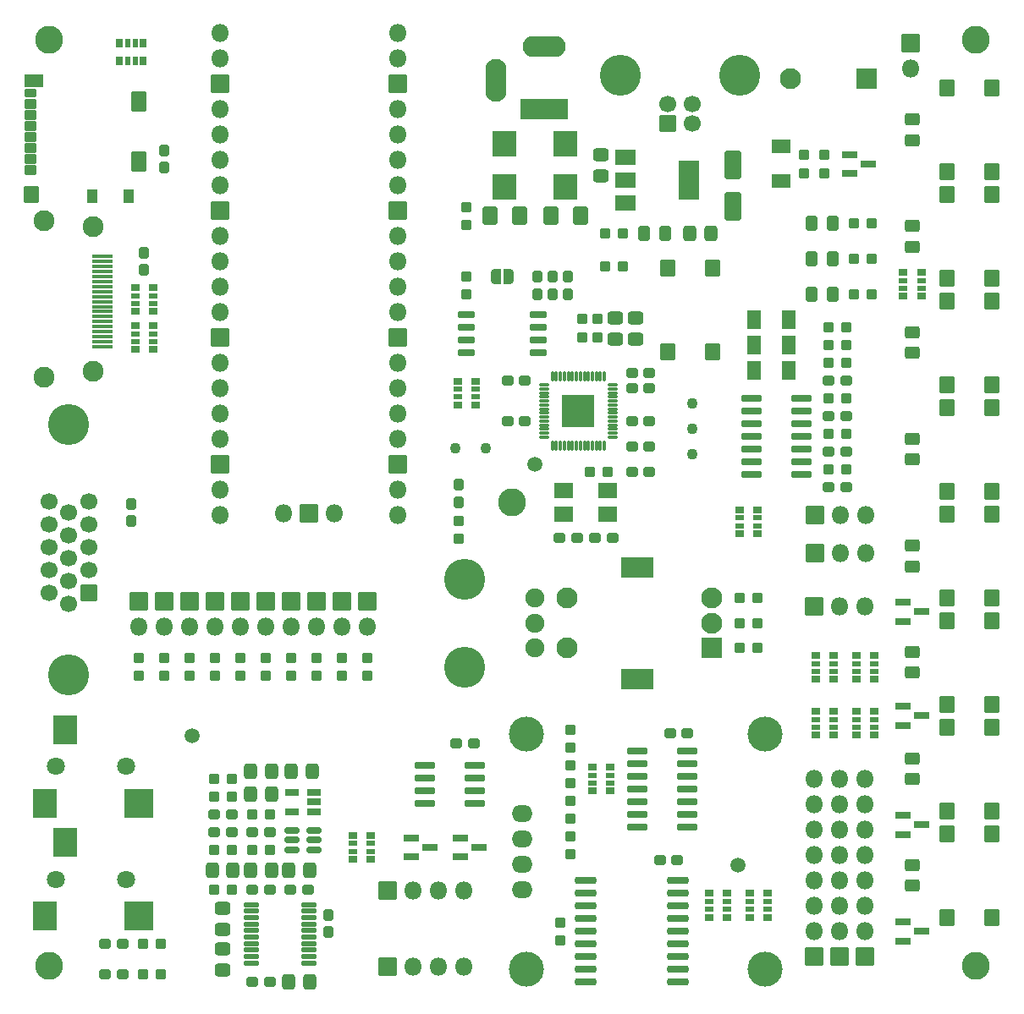
<source format=gts>
G04 #@! TF.GenerationSoftware,KiCad,Pcbnew,(6.99.0-1115-g98f4b1d16c)*
G04 #@! TF.CreationDate,2022-03-31T00:19:22+02:00*
G04 #@! TF.ProjectId,rpi_pico_kit,7270695f-7069-4636-9f5f-6b69742e6b69,1*
G04 #@! TF.SameCoordinates,Original*
G04 #@! TF.FileFunction,Soldermask,Top*
G04 #@! TF.FilePolarity,Negative*
%FSLAX46Y46*%
G04 Gerber Fmt 4.6, Leading zero omitted, Abs format (unit mm)*
G04 Created by KiCad (PCBNEW (6.99.0-1115-g98f4b1d16c)) date 2022-03-31 00:19:22*
%MOMM*%
%LPD*%
G01*
G04 APERTURE LIST*
G04 Aperture macros list*
%AMRoundRect*
0 Rectangle with rounded corners*
0 $1 Rounding radius*
0 $2 $3 $4 $5 $6 $7 $8 $9 X,Y pos of 4 corners*
0 Add a 4 corners polygon primitive as box body*
4,1,4,$2,$3,$4,$5,$6,$7,$8,$9,$2,$3,0*
0 Add four circle primitives for the rounded corners*
1,1,$1+$1,$2,$3*
1,1,$1+$1,$4,$5*
1,1,$1+$1,$6,$7*
1,1,$1+$1,$8,$9*
0 Add four rect primitives between the rounded corners*
20,1,$1+$1,$2,$3,$4,$5,0*
20,1,$1+$1,$4,$5,$6,$7,0*
20,1,$1+$1,$6,$7,$8,$9,0*
20,1,$1+$1,$8,$9,$2,$3,0*%
%AMFreePoly0*
4,1,35,0.535355,0.785355,0.550000,0.750000,0.550000,-0.750000,0.535355,-0.785355,0.500000,-0.800000,0.000000,-0.800000,-0.012286,-0.794911,-0.071157,-0.794911,-0.085244,-0.792886,-0.221795,-0.752791,-0.234740,-0.746879,-0.354462,-0.669938,-0.365217,-0.660618,-0.458414,-0.553063,-0.466109,-0.541091,-0.525228,-0.411637,-0.529237,-0.397982,-0.549491,-0.257116,-0.550000,-0.250000,-0.550000,0.250000,
-0.549491,0.257116,-0.529237,0.397982,-0.525228,0.411637,-0.466109,0.541091,-0.458414,0.553063,-0.365217,0.660618,-0.354462,0.669938,-0.234740,0.746879,-0.221795,0.752791,-0.085244,0.792886,-0.071157,0.794911,-0.012286,0.794911,0.000000,0.800000,0.500000,0.800000,0.535355,0.785355,0.535355,0.785355,$1*%
%AMFreePoly1*
4,1,35,0.012286,0.794911,0.071157,0.794911,0.085244,0.792886,0.221795,0.752791,0.234740,0.746879,0.354462,0.669938,0.365217,0.660618,0.458414,0.553063,0.466109,0.541091,0.525228,0.411637,0.529237,0.397982,0.549491,0.257116,0.550000,0.250000,0.550000,-0.250000,0.549491,-0.257116,0.529237,-0.397982,0.525228,-0.411637,0.466109,-0.541091,0.458414,-0.553063,0.365217,-0.660618,
0.354462,-0.669938,0.234740,-0.746879,0.221795,-0.752791,0.085244,-0.792886,0.071157,-0.794911,0.012286,-0.794911,0.000000,-0.800000,-0.500000,-0.800000,-0.535355,-0.785355,-0.550000,-0.750000,-0.550000,0.750000,-0.535355,0.785355,-0.500000,0.800000,0.000000,0.800000,0.012286,0.794911,0.012286,0.794911,$1*%
G04 Aperture macros list end*
%ADD10RoundRect,0.050000X-0.850000X-0.850000X0.850000X-0.850000X0.850000X0.850000X-0.850000X0.850000X0*%
%ADD11O,1.800000X1.800000*%
%ADD12RoundRect,0.287500X-0.250000X-0.237500X0.250000X-0.237500X0.250000X0.237500X-0.250000X0.237500X0*%
%ADD13RoundRect,0.200000X-0.825000X-0.150000X0.825000X-0.150000X0.825000X0.150000X-0.825000X0.150000X0*%
%ADD14RoundRect,0.050000X-0.700000X0.800000X-0.700000X-0.800000X0.700000X-0.800000X0.700000X0.800000X0*%
%ADD15RoundRect,0.050000X1.150000X-1.250000X1.150000X1.250000X-1.150000X1.250000X-1.150000X-1.250000X0*%
%ADD16RoundRect,0.287500X0.300000X0.237500X-0.300000X0.237500X-0.300000X-0.237500X0.300000X-0.237500X0*%
%ADD17C,1.100000*%
%ADD18C,2.800000*%
%ADD19RoundRect,0.050000X1.000000X1.000000X-1.000000X1.000000X-1.000000X-1.000000X1.000000X-1.000000X0*%
%ADD20C,2.100000*%
%ADD21RoundRect,0.050000X1.600000X1.000000X-1.600000X1.000000X-1.600000X-1.000000X1.600000X-1.000000X0*%
%ADD22RoundRect,0.287500X0.250000X0.237500X-0.250000X0.237500X-0.250000X-0.237500X0.250000X-0.237500X0*%
%ADD23RoundRect,0.050000X0.400000X0.250000X-0.400000X0.250000X-0.400000X-0.250000X0.400000X-0.250000X0*%
%ADD24RoundRect,0.050000X0.400000X0.200000X-0.400000X0.200000X-0.400000X-0.200000X0.400000X-0.200000X0*%
%ADD25RoundRect,0.300000X-0.475000X0.337500X-0.475000X-0.337500X0.475000X-0.337500X0.475000X0.337500X0*%
%ADD26RoundRect,0.050000X0.650000X0.850000X-0.650000X0.850000X-0.650000X-0.850000X0.650000X-0.850000X0*%
%ADD27RoundRect,0.300001X0.462499X0.624999X-0.462499X0.624999X-0.462499X-0.624999X0.462499X-0.624999X0*%
%ADD28RoundRect,0.287500X-0.237500X0.250000X-0.237500X-0.250000X0.237500X-0.250000X0.237500X0.250000X0*%
%ADD29RoundRect,0.050000X0.250000X-0.400000X0.250000X0.400000X-0.250000X0.400000X-0.250000X-0.400000X0*%
%ADD30RoundRect,0.050000X0.200000X-0.400000X0.200000X0.400000X-0.200000X0.400000X-0.200000X-0.400000X0*%
%ADD31RoundRect,0.300001X-0.462499X-0.624999X0.462499X-0.624999X0.462499X0.624999X-0.462499X0.624999X0*%
%ADD32RoundRect,0.287500X-0.237500X0.300000X-0.237500X-0.300000X0.237500X-0.300000X0.237500X0.300000X0*%
%ADD33RoundRect,0.287500X0.237500X-0.250000X0.237500X0.250000X-0.237500X0.250000X-0.237500X-0.250000X0*%
%ADD34RoundRect,0.300000X-0.337500X-0.475000X0.337500X-0.475000X0.337500X0.475000X-0.337500X0.475000X0*%
%ADD35RoundRect,0.287500X-0.300000X-0.237500X0.300000X-0.237500X0.300000X0.237500X-0.300000X0.237500X0*%
%ADD36C,1.800000*%
%ADD37RoundRect,0.050000X1.100000X-1.400000X1.100000X1.400000X-1.100000X1.400000X-1.100000X-1.400000X0*%
%ADD38RoundRect,0.050000X1.400000X-1.400000X1.400000X1.400000X-1.400000X1.400000X-1.400000X-1.400000X0*%
%ADD39RoundRect,0.300000X0.450000X-0.325000X0.450000X0.325000X-0.450000X0.325000X-0.450000X-0.325000X0*%
%ADD40C,4.100000*%
%ADD41RoundRect,0.050000X-0.800000X0.800000X-0.800000X-0.800000X0.800000X-0.800000X0.800000X0.800000X0*%
%ADD42C,1.700000*%
%ADD43RoundRect,0.200000X-0.587500X-0.150000X0.587500X-0.150000X0.587500X0.150000X-0.587500X0.150000X0*%
%ADD44RoundRect,0.050000X0.850000X0.850000X-0.850000X0.850000X-0.850000X-0.850000X0.850000X-0.850000X0*%
%ADD45RoundRect,0.300000X0.475000X-0.337500X0.475000X0.337500X-0.475000X0.337500X-0.475000X-0.337500X0*%
%ADD46RoundRect,0.300000X0.337500X0.475000X-0.337500X0.475000X-0.337500X-0.475000X0.337500X-0.475000X0*%
%ADD47RoundRect,0.175000X0.587500X0.125000X-0.587500X0.125000X-0.587500X-0.125000X0.587500X-0.125000X0*%
%ADD48RoundRect,0.050000X-0.400000X-0.250000X0.400000X-0.250000X0.400000X0.250000X-0.400000X0.250000X0*%
%ADD49RoundRect,0.050000X-0.400000X-0.200000X0.400000X-0.200000X0.400000X0.200000X-0.400000X0.200000X0*%
%ADD50RoundRect,0.050000X-0.900000X-0.700000X0.900000X-0.700000X0.900000X0.700000X-0.900000X0.700000X0*%
%ADD51RoundRect,0.300000X-0.325000X-0.450000X0.325000X-0.450000X0.325000X0.450000X-0.325000X0.450000X0*%
%ADD52RoundRect,0.050000X0.850000X-0.850000X0.850000X0.850000X-0.850000X0.850000X-0.850000X-0.850000X0*%
%ADD53RoundRect,0.050000X-1.000000X-0.750000X1.000000X-0.750000X1.000000X0.750000X-1.000000X0.750000X0*%
%ADD54RoundRect,0.050000X-1.000000X-1.900000X1.000000X-1.900000X1.000000X1.900000X-1.000000X1.900000X0*%
%ADD55RoundRect,0.050000X-0.850000X0.650000X-0.850000X-0.650000X0.850000X-0.650000X0.850000X0.650000X0*%
%ADD56C,1.500000*%
%ADD57RoundRect,0.200000X-0.875000X-0.150000X0.875000X-0.150000X0.875000X0.150000X-0.875000X0.150000X0*%
%ADD58RoundRect,0.050000X2.300000X1.000000X-2.300000X1.000000X-2.300000X-1.000000X2.300000X-1.000000X0*%
%ADD59O,4.300000X2.100000*%
%ADD60O,2.100000X4.300000*%
%ADD61RoundRect,0.287500X0.237500X-0.300000X0.237500X0.300000X-0.237500X0.300000X-0.237500X-0.300000X0*%
%ADD62FreePoly0,180.000000*%
%ADD63FreePoly1,180.000000*%
%ADD64O,2.100000X1.700000*%
%ADD65C,3.500000*%
%ADD66RoundRect,0.300000X0.325000X0.450000X-0.325000X0.450000X-0.325000X-0.450000X0.325000X-0.450000X0*%
%ADD67RoundRect,0.050000X0.800000X0.800000X-0.800000X0.800000X-0.800000X-0.800000X0.800000X-0.800000X0*%
%ADD68RoundRect,0.200000X0.512500X0.150000X-0.512500X0.150000X-0.512500X-0.150000X0.512500X-0.150000X0*%
%ADD69RoundRect,0.100000X-0.387500X-0.050000X0.387500X-0.050000X0.387500X0.050000X-0.387500X0.050000X0*%
%ADD70RoundRect,0.100000X-0.050000X-0.387500X0.050000X-0.387500X0.050000X0.387500X-0.050000X0.387500X0*%
%ADD71RoundRect,0.194000X-1.456000X-1.456000X1.456000X-1.456000X1.456000X1.456000X-1.456000X1.456000X0*%
%ADD72C,1.900000*%
%ADD73RoundRect,0.050000X0.550000X-0.425000X0.550000X0.425000X-0.550000X0.425000X-0.550000X-0.425000X0*%
%ADD74RoundRect,0.050000X0.550000X-0.375000X0.550000X0.375000X-0.550000X0.375000X-0.550000X-0.375000X0*%
%ADD75RoundRect,0.050000X0.500000X-0.600000X0.500000X0.600000X-0.500000X0.600000X-0.500000X-0.600000X0*%
%ADD76RoundRect,0.050000X0.675000X-0.775000X0.675000X0.775000X-0.675000X0.775000X-0.675000X-0.775000X0*%
%ADD77RoundRect,0.050000X0.675000X-0.950000X0.675000X0.950000X-0.675000X0.950000X-0.675000X-0.950000X0*%
%ADD78RoundRect,0.050000X0.900000X-0.585000X0.900000X0.585000X-0.900000X0.585000X-0.900000X-0.585000X0*%
%ADD79RoundRect,0.150000X-0.637500X-0.100000X0.637500X-0.100000X0.637500X0.100000X-0.637500X0.100000X0*%
%ADD80RoundRect,0.050000X-0.950000X0.150000X-0.950000X-0.150000X0.950000X-0.150000X0.950000X0.150000X0*%
%ADD81C,2.095000*%
%ADD82RoundRect,0.300000X0.550000X-1.137500X0.550000X1.137500X-0.550000X1.137500X-0.550000X-1.137500X0*%
%ADD83RoundRect,0.200000X-0.650000X-0.150000X0.650000X-0.150000X0.650000X0.150000X-0.650000X0.150000X0*%
G04 APERTURE END LIST*
D10*
X57912000Y-97484250D03*
D11*
X57911999Y-100024249D03*
D12*
X57761500Y-115316000D03*
X59586500Y-115316000D03*
D13*
X111571000Y-77216950D03*
X111571000Y-78486950D03*
X111571000Y-79756950D03*
X111571000Y-81026950D03*
X111571000Y-82296950D03*
X111571000Y-83566950D03*
X111571000Y-84836950D03*
X116521000Y-84836950D03*
X116521000Y-83566950D03*
X116521000Y-82296950D03*
X116521000Y-81026950D03*
X116521000Y-79756950D03*
X116521000Y-78486950D03*
X116521000Y-77216950D03*
D12*
X119229500Y-80772950D03*
X121054500Y-80772950D03*
X119229500Y-71882950D03*
X121054500Y-71882950D03*
D14*
X131100000Y-107832000D03*
X131100000Y-99432000D03*
X135600000Y-107832000D03*
X135600000Y-99432000D03*
D15*
X86868000Y-55998000D03*
X86868000Y-51698000D03*
D16*
X121004500Y-75438950D03*
X119279500Y-75438950D03*
D14*
X131100000Y-75828000D03*
X131100000Y-67428000D03*
X135600000Y-75828000D03*
X135600000Y-67428000D03*
D11*
X58419999Y-40639999D03*
X58419999Y-43179999D03*
D10*
X58420000Y-45720000D03*
D11*
X58419999Y-48259999D03*
X58419999Y-50799999D03*
X58419999Y-53339999D03*
X58419999Y-55879999D03*
D10*
X58420000Y-58420000D03*
D11*
X58419999Y-60959999D03*
X58419999Y-63499999D03*
X58419999Y-66039999D03*
X58419999Y-68579999D03*
D10*
X58420000Y-71120000D03*
D11*
X58419999Y-73659999D03*
X58419999Y-76199999D03*
X58419999Y-78739999D03*
X58419999Y-81279999D03*
D10*
X58420000Y-83820000D03*
D11*
X58419999Y-86359999D03*
X58419999Y-88899999D03*
X76199999Y-88899999D03*
X76199999Y-86359999D03*
D10*
X76200000Y-83820000D03*
D11*
X76199999Y-81279999D03*
X76199999Y-78739999D03*
X76199999Y-76199999D03*
X76199999Y-73659999D03*
D10*
X76200000Y-71120000D03*
D11*
X76199999Y-68579999D03*
X76199999Y-66039999D03*
X76199999Y-63499999D03*
X76199999Y-60959999D03*
D10*
X76200000Y-58420000D03*
D11*
X76199999Y-55879999D03*
X76199999Y-53339999D03*
X76199999Y-50799999D03*
X76199999Y-48259999D03*
D10*
X76200000Y-45720000D03*
D11*
X76199999Y-43179999D03*
X76199999Y-40639999D03*
X64769999Y-88669999D03*
D10*
X67310000Y-88670000D03*
D11*
X69849999Y-88669999D03*
D12*
X119229500Y-70104950D03*
X121054500Y-70104950D03*
X119229500Y-84328950D03*
X121054500Y-84328950D03*
D17*
X105664000Y-80264000D03*
D18*
X133985000Y-133985000D03*
D19*
X107580000Y-102195000D03*
D20*
X107580000Y-97195000D03*
X107580000Y-99695000D03*
D21*
X100080000Y-105295000D03*
X100080000Y-94095000D03*
D20*
X93080000Y-97195000D03*
X93080000Y-102195000D03*
D22*
X97178500Y-84582000D03*
X95353500Y-84582000D03*
X63396500Y-122428000D03*
X61571500Y-122428000D03*
D23*
X123836000Y-110928000D03*
D24*
X123836000Y-110128000D03*
X123836000Y-109328000D03*
D23*
X123836000Y-108528000D03*
X122036000Y-108528000D03*
D24*
X122036000Y-109328000D03*
X122036000Y-110128000D03*
D23*
X122036000Y-110928000D03*
D25*
X99949000Y-69167000D03*
X99949000Y-71242000D03*
D26*
X115288000Y-71882950D03*
X111788000Y-71882950D03*
D13*
X100141000Y-112522000D03*
X100141000Y-113792000D03*
X100141000Y-115062000D03*
X100141000Y-116332000D03*
X100141000Y-117602000D03*
X100141000Y-118872000D03*
X100141000Y-120142000D03*
X105091000Y-120142000D03*
X105091000Y-118872000D03*
X105091000Y-117602000D03*
X105091000Y-116332000D03*
X105091000Y-115062000D03*
X105091000Y-113792000D03*
X105091000Y-112522000D03*
D27*
X94451500Y-58928000D03*
X91476500Y-58928000D03*
D10*
X50292000Y-97484250D03*
D11*
X50291999Y-100024249D03*
D17*
X84963000Y-82169000D03*
D28*
X93472000Y-121007500D03*
X93472000Y-122832500D03*
D14*
X131100000Y-86496000D03*
X131100000Y-78096000D03*
X135600000Y-86496000D03*
X135600000Y-78096000D03*
D22*
X59586500Y-122428000D03*
X57761500Y-122428000D03*
D16*
X104140000Y-123444000D03*
X102415000Y-123444000D03*
D29*
X48311000Y-43437250D03*
D30*
X49111000Y-43437250D03*
X49911000Y-43437250D03*
D29*
X50711000Y-43437250D03*
X50711000Y-41637250D03*
D30*
X49911000Y-41637250D03*
X49111000Y-41637250D03*
D29*
X48311000Y-41637250D03*
D31*
X85380500Y-58928000D03*
X88355500Y-58928000D03*
D14*
X131100000Y-65169000D03*
X131100000Y-56769000D03*
X135600000Y-65169000D03*
X135600000Y-56769000D03*
D26*
X115288000Y-69342950D03*
X111788000Y-69342950D03*
D16*
X101319500Y-79462000D03*
X99594500Y-79462000D03*
X101319500Y-74649500D03*
X99594500Y-74649500D03*
D32*
X50800000Y-62637500D03*
X50800000Y-64362500D03*
D33*
X93472000Y-119276500D03*
X93472000Y-117451500D03*
D12*
X110339500Y-99695000D03*
X112164500Y-99695000D03*
D34*
X61446500Y-114554000D03*
X63521500Y-114554000D03*
D35*
X103404500Y-110744000D03*
X105129500Y-110744000D03*
D33*
X93472000Y-112164500D03*
X93472000Y-110339500D03*
D36*
X41950000Y-125349000D03*
X48950000Y-125349000D03*
D37*
X40850000Y-129049000D03*
D38*
X50250000Y-129049000D03*
D37*
X42850000Y-121649000D03*
D39*
X127635000Y-115325000D03*
X127635000Y-113275000D03*
D22*
X123594500Y-63246000D03*
X121769500Y-63246000D03*
D14*
X131100000Y-97173000D03*
X131100000Y-88773000D03*
X135600000Y-97173000D03*
X135600000Y-88773000D03*
D40*
X43185000Y-79840000D03*
X43185000Y-104840000D03*
D41*
X45235000Y-96655000D03*
D42*
X45235000Y-94365000D03*
X45235000Y-92075000D03*
X45235000Y-89785000D03*
X45235000Y-87495000D03*
X43255000Y-97800000D03*
X43255000Y-95510000D03*
X43255000Y-93220000D03*
X43255000Y-90930000D03*
X43255000Y-88640000D03*
X41275000Y-96655000D03*
X41275000Y-94365000D03*
X41275000Y-92075000D03*
X41275000Y-89785000D03*
X41275000Y-87495000D03*
D12*
X96877500Y-64008000D03*
X98702500Y-64008000D03*
D43*
X126697500Y-108016000D03*
X126697500Y-109916000D03*
X128572500Y-108966000D03*
D28*
X83058000Y-64974000D03*
X83058000Y-66799000D03*
D35*
X87148500Y-79462000D03*
X88873500Y-79462000D03*
D23*
X123836000Y-105340000D03*
D24*
X123836000Y-104540000D03*
X123836000Y-103740000D03*
D23*
X123836000Y-102940000D03*
X122036000Y-102940000D03*
D24*
X122036000Y-103740000D03*
X122036000Y-104540000D03*
D23*
X122036000Y-105340000D03*
D33*
X94615000Y-71093500D03*
X94615000Y-69268500D03*
D44*
X122936000Y-133096000D03*
D11*
X122935999Y-130555999D03*
X122935999Y-128015999D03*
X122935999Y-125475999D03*
X122935999Y-122935999D03*
X122935999Y-120395999D03*
X122935999Y-117855999D03*
X122935999Y-115315999D03*
D45*
X58674000Y-130345000D03*
X58674000Y-128270000D03*
D46*
X67331500Y-135636000D03*
X65256500Y-135636000D03*
D47*
X67812500Y-122362000D03*
X67812500Y-121412000D03*
X67812500Y-120462000D03*
X65537500Y-120462000D03*
X65537500Y-121412000D03*
X65537500Y-122362000D03*
D22*
X112164500Y-97195000D03*
X110339500Y-97195000D03*
D32*
X49530000Y-87783500D03*
X49530000Y-89508500D03*
D39*
X127635000Y-104657000D03*
X127635000Y-102607000D03*
D43*
X126697500Y-118938000D03*
X126697500Y-120838000D03*
X128572500Y-119888000D03*
D18*
X87630000Y-87630000D03*
D16*
X101319500Y-82042000D03*
X99594500Y-82042000D03*
D35*
X92355500Y-91186000D03*
X94080500Y-91186000D03*
D22*
X59586500Y-117094000D03*
X57761500Y-117094000D03*
D18*
X41275000Y-133985000D03*
D32*
X93218000Y-65024000D03*
X93218000Y-66749000D03*
D48*
X110352000Y-88335950D03*
D49*
X110352000Y-89135950D03*
X110352000Y-89935950D03*
D48*
X110352000Y-90735950D03*
X112152000Y-90735950D03*
D49*
X112152000Y-89935950D03*
X112152000Y-89135950D03*
D48*
X112152000Y-88335950D03*
D50*
X92796000Y-88830000D03*
X97196000Y-88830000D03*
X97196000Y-86430000D03*
X92796000Y-86430000D03*
D51*
X117593000Y-63246000D03*
X119643000Y-63246000D03*
D52*
X117856000Y-98044000D03*
D11*
X120395999Y-98043999D03*
X122935999Y-98043999D03*
D48*
X49900000Y-69920000D03*
D49*
X49900000Y-70720000D03*
X49900000Y-71520000D03*
D48*
X49900000Y-72320000D03*
X51700000Y-72320000D03*
D49*
X51700000Y-71520000D03*
X51700000Y-70720000D03*
D48*
X51700000Y-69920000D03*
D14*
X103160000Y-72526000D03*
X103160000Y-64126000D03*
X107660000Y-72526000D03*
X107660000Y-64126000D03*
D43*
X82453000Y-121214000D03*
X82453000Y-123114000D03*
X84328000Y-122164000D03*
D53*
X98958000Y-53072000D03*
X98958000Y-55372000D03*
D54*
X105258000Y-55372000D03*
D53*
X98958000Y-57672000D03*
D55*
X114554000Y-51971000D03*
X114554000Y-55471000D03*
D44*
X120396000Y-133096000D03*
D11*
X120395999Y-130555999D03*
X120395999Y-128015999D03*
X120395999Y-125475999D03*
X120395999Y-122935999D03*
X120395999Y-120395999D03*
X120395999Y-117855999D03*
X120395999Y-115315999D03*
D35*
X57811500Y-120650000D03*
X59536500Y-120650000D03*
D56*
X110236000Y-123952000D03*
D57*
X94918000Y-125476000D03*
X94918000Y-126746000D03*
X94918000Y-128016000D03*
X94918000Y-129286000D03*
X94918000Y-130556000D03*
X94918000Y-131826000D03*
X94918000Y-133096000D03*
X94918000Y-134366000D03*
X94918000Y-135636000D03*
X104218000Y-135636000D03*
X104218000Y-134366000D03*
X104218000Y-133096000D03*
X104218000Y-131826000D03*
X104218000Y-130556000D03*
X104218000Y-129286000D03*
X104218000Y-128016000D03*
X104218000Y-126746000D03*
X104218000Y-125476000D03*
D10*
X52832000Y-97484250D03*
D11*
X52831999Y-100024249D03*
D33*
X116840000Y-54633500D03*
X116840000Y-52808500D03*
D23*
X97420000Y-116516000D03*
D24*
X97420000Y-115716000D03*
X97420000Y-114916000D03*
D23*
X97420000Y-114116000D03*
X95620000Y-114116000D03*
D24*
X95620000Y-114916000D03*
X95620000Y-115716000D03*
D23*
X95620000Y-116516000D03*
D35*
X46889500Y-134874000D03*
X48614500Y-134874000D03*
D23*
X113168000Y-129146000D03*
D24*
X113168000Y-128346000D03*
X113168000Y-127546000D03*
D23*
X113168000Y-126746000D03*
X111368000Y-126746000D03*
D24*
X111368000Y-127546000D03*
X111368000Y-128346000D03*
D23*
X111368000Y-129146000D03*
D58*
X90820000Y-48260000D03*
D59*
X90819999Y-41959999D03*
D60*
X86019999Y-45359999D03*
D34*
X65256500Y-124460000D03*
X67331500Y-124460000D03*
D28*
X60452000Y-103175750D03*
X60452000Y-105000750D03*
D16*
X121004500Y-82550950D03*
X119279500Y-82550950D03*
X83745000Y-111750000D03*
X82020000Y-111750000D03*
D52*
X75145500Y-126482000D03*
D11*
X77685499Y-126481999D03*
X80225499Y-126481999D03*
X82765499Y-126481999D03*
D61*
X82296000Y-87577000D03*
X82296000Y-85852000D03*
D39*
X127635000Y-72653000D03*
X127635000Y-70603000D03*
D56*
X55626000Y-110998000D03*
D26*
X115288000Y-74422950D03*
X111788000Y-74422950D03*
D39*
X127635000Y-51326000D03*
X127635000Y-49276000D03*
D10*
X70612000Y-97484250D03*
D11*
X70611999Y-100024249D03*
D35*
X57811500Y-118872000D03*
X59536500Y-118872000D03*
D52*
X117871000Y-88900950D03*
D11*
X120410999Y-88900949D03*
X122950999Y-88900949D03*
D22*
X123585500Y-59690000D03*
X121760500Y-59690000D03*
D61*
X52832000Y-54075500D03*
X52832000Y-52350500D03*
D28*
X68072000Y-103175750D03*
X68072000Y-105000750D03*
D35*
X46889500Y-131826000D03*
X48614500Y-131826000D03*
D22*
X123585500Y-66802000D03*
X121760500Y-66802000D03*
D36*
X41950000Y-114046000D03*
X48950000Y-114046000D03*
D37*
X40850000Y-117746000D03*
D38*
X50250000Y-117746000D03*
D37*
X42850000Y-110346000D03*
D28*
X83058000Y-58015500D03*
X83058000Y-59840500D03*
D39*
X127635000Y-125993000D03*
X127635000Y-123943000D03*
D22*
X63396500Y-118872000D03*
X61571500Y-118872000D03*
D33*
X96139000Y-71093500D03*
X96139000Y-69268500D03*
D62*
X87264000Y-64970503D03*
D63*
X85964000Y-64970503D03*
D10*
X62992000Y-97484250D03*
D11*
X62991999Y-100024249D03*
D22*
X52474500Y-134874000D03*
X50649500Y-134874000D03*
D35*
X61621500Y-135636000D03*
X63346500Y-135636000D03*
D12*
X119229500Y-73660950D03*
X121054500Y-73660950D03*
D52*
X117871000Y-92710950D03*
D11*
X120410999Y-92710949D03*
X122950999Y-92710949D03*
D28*
X92456000Y-129643500D03*
X92456000Y-131468500D03*
D46*
X63521500Y-124460000D03*
X61446500Y-124460000D03*
D17*
X81915000Y-82169000D03*
D56*
X89916000Y-83820000D03*
D44*
X117856000Y-133096000D03*
D11*
X117855999Y-130555999D03*
X117855999Y-128015999D03*
X117855999Y-125475999D03*
X117855999Y-122935999D03*
X117855999Y-120395999D03*
X117855999Y-117855999D03*
X117855999Y-115315999D03*
D10*
X127508000Y-41656000D03*
D11*
X127507999Y-44195999D03*
D12*
X96877500Y-60706000D03*
X98702500Y-60706000D03*
D16*
X101324500Y-76176000D03*
X99599500Y-76176000D03*
D28*
X62992000Y-103175750D03*
X62992000Y-105000750D03*
X55372000Y-103175750D03*
X55372000Y-105000750D03*
D64*
X88564999Y-126364999D03*
X88564999Y-123824999D03*
X88564999Y-121284999D03*
X88564999Y-118744999D03*
D65*
X89065000Y-134305000D03*
X112865000Y-134305000D03*
X89065000Y-110805000D03*
X112865000Y-110805000D03*
D23*
X119772000Y-105340000D03*
D24*
X119772000Y-104540000D03*
X119772000Y-103740000D03*
D23*
X119772000Y-102940000D03*
X117972000Y-102940000D03*
D24*
X117972000Y-103740000D03*
X117972000Y-104540000D03*
D23*
X117972000Y-105340000D03*
D12*
X57761500Y-126365000D03*
X59586500Y-126365000D03*
D35*
X65431500Y-126365000D03*
X67156500Y-126365000D03*
D28*
X50292000Y-103175750D03*
X50292000Y-105000750D03*
D48*
X82158000Y-75457200D03*
D49*
X82158000Y-76257200D03*
X82158000Y-77057200D03*
D48*
X82158000Y-77857200D03*
X83958000Y-77857200D03*
D49*
X83958000Y-77057200D03*
X83958000Y-76257200D03*
D48*
X83958000Y-75457200D03*
D22*
X112164500Y-102195000D03*
X110339500Y-102195000D03*
D17*
X105664000Y-77724000D03*
D16*
X121004500Y-78994950D03*
X119279500Y-78994950D03*
D10*
X73152000Y-97484250D03*
D11*
X73151999Y-100024249D03*
D19*
X123063000Y-45212000D03*
D20*
X115463000Y-45212000D03*
D15*
X92964000Y-55998000D03*
X92964000Y-51698000D03*
D28*
X57912000Y-103175750D03*
X57912000Y-105000750D03*
D51*
X117593000Y-66802000D03*
X119643000Y-66802000D03*
D17*
X105664000Y-82804000D03*
D16*
X97636500Y-91186000D03*
X95911500Y-91186000D03*
X63346500Y-126365000D03*
X61621500Y-126365000D03*
D14*
X131100000Y-54501000D03*
X131100000Y-46101000D03*
X135600000Y-54501000D03*
X135600000Y-46101000D03*
D23*
X119772000Y-110928000D03*
D24*
X119772000Y-110128000D03*
X119772000Y-109328000D03*
D23*
X119772000Y-108528000D03*
X117972000Y-108528000D03*
D24*
X117972000Y-109328000D03*
X117972000Y-110128000D03*
D23*
X117972000Y-110928000D03*
D14*
X131100000Y-118500000D03*
X131100000Y-110100000D03*
X135600000Y-118500000D03*
X135600000Y-110100000D03*
D51*
X117593000Y-59690000D03*
X119643000Y-59690000D03*
D32*
X91694000Y-65024000D03*
X91694000Y-66749000D03*
D39*
X127635000Y-83321000D03*
X127635000Y-81271000D03*
D48*
X71684500Y-120964000D03*
D49*
X71684500Y-121764000D03*
X71684500Y-122564000D03*
D48*
X71684500Y-123364000D03*
X73484500Y-123364000D03*
D49*
X73484500Y-122564000D03*
X73484500Y-121764000D03*
D48*
X73484500Y-120964000D03*
D45*
X58674000Y-134387500D03*
X58674000Y-132312500D03*
D10*
X65532000Y-97484250D03*
D11*
X65531999Y-100024249D03*
D10*
X60452000Y-97484250D03*
D11*
X60451999Y-100024249D03*
D14*
X131100000Y-129168000D03*
X131100000Y-120768000D03*
X135600000Y-129168000D03*
X135600000Y-120768000D03*
D66*
X102879000Y-60706000D03*
X100829000Y-60706000D03*
D25*
X97917000Y-69167000D03*
X97917000Y-71242000D03*
D34*
X105388500Y-60706000D03*
X107463500Y-60706000D03*
D67*
X103144000Y-49713500D03*
D42*
X105644000Y-49713500D03*
X105644000Y-47713500D03*
X103144000Y-47713500D03*
D40*
X98394000Y-44853500D03*
X110394000Y-44853500D03*
D33*
X93472000Y-115720500D03*
X93472000Y-113895500D03*
D68*
X67812500Y-118552000D03*
X67812500Y-117602000D03*
X67812500Y-116652000D03*
X65537500Y-116652000D03*
X65537500Y-118552000D03*
D43*
X126697500Y-97602000D03*
X126697500Y-99502000D03*
X128572500Y-98552000D03*
D35*
X87148500Y-75411500D03*
X88873500Y-75411500D03*
D25*
X96520000Y-52810500D03*
X96520000Y-54885500D03*
D28*
X70612000Y-103175750D03*
X70612000Y-105000750D03*
D69*
X90796500Y-75862000D03*
X90796500Y-76262000D03*
X90796500Y-76662000D03*
X90796500Y-77062000D03*
X90796500Y-77462000D03*
X90796500Y-77862000D03*
X90796500Y-78262000D03*
X90796500Y-78662000D03*
X90796500Y-79062000D03*
X90796500Y-79462000D03*
X90796500Y-79862000D03*
X90796500Y-80262000D03*
X90796500Y-80662000D03*
X90796500Y-81062000D03*
D70*
X91634000Y-81899500D03*
X92034000Y-81899500D03*
X92434000Y-81899500D03*
X92834000Y-81899500D03*
X93234000Y-81899500D03*
X93634000Y-81899500D03*
X94034000Y-81899500D03*
X94434000Y-81899500D03*
X94834000Y-81899500D03*
X95234000Y-81899500D03*
X95634000Y-81899500D03*
X96034000Y-81899500D03*
X96434000Y-81899500D03*
X96834000Y-81899500D03*
D69*
X97671500Y-81062000D03*
X97671500Y-80662000D03*
X97671500Y-80262000D03*
X97671500Y-79862000D03*
X97671500Y-79462000D03*
X97671500Y-79062000D03*
X97671500Y-78662000D03*
X97671500Y-78262000D03*
X97671500Y-77862000D03*
X97671500Y-77462000D03*
X97671500Y-77062000D03*
X97671500Y-76662000D03*
X97671500Y-76262000D03*
X97671500Y-75862000D03*
D70*
X96834000Y-75024500D03*
X96434000Y-75024500D03*
X96034000Y-75024500D03*
X95634000Y-75024500D03*
X95234000Y-75024500D03*
X94834000Y-75024500D03*
X94434000Y-75024500D03*
X94034000Y-75024500D03*
X93634000Y-75024500D03*
X93234000Y-75024500D03*
X92834000Y-75024500D03*
X92434000Y-75024500D03*
X92034000Y-75024500D03*
X91634000Y-75024500D03*
D71*
X94234000Y-78462000D03*
D39*
X127635000Y-93998000D03*
X127635000Y-91948000D03*
D40*
X82870000Y-104095000D03*
X82870000Y-95295000D03*
D72*
X89870000Y-97195000D03*
X89870000Y-99695000D03*
X89870000Y-102195000D03*
D61*
X90170000Y-66749000D03*
X90170000Y-65024000D03*
D43*
X121363500Y-52771000D03*
X121363500Y-54671000D03*
X123238500Y-53721000D03*
D13*
X78883500Y-113909000D03*
X78883500Y-115179000D03*
X78883500Y-116449000D03*
X78883500Y-117719000D03*
X83833500Y-117719000D03*
X83833500Y-116449000D03*
X83833500Y-115179000D03*
X83833500Y-113909000D03*
D39*
X127635000Y-61994000D03*
X127635000Y-59944000D03*
D28*
X73152000Y-103175750D03*
X73152000Y-105000750D03*
D16*
X121004500Y-86106950D03*
X119279500Y-86106950D03*
D48*
X49900000Y-66110000D03*
D49*
X49900000Y-66910000D03*
X49900000Y-67710000D03*
D48*
X49900000Y-68510000D03*
X51700000Y-68510000D03*
D49*
X51700000Y-67710000D03*
X51700000Y-66910000D03*
D48*
X51700000Y-66110000D03*
D33*
X82296000Y-91286500D03*
X82296000Y-89461500D03*
D73*
X39406400Y-54311400D03*
X39406400Y-53211400D03*
X39406400Y-52111400D03*
X39406400Y-51011400D03*
X39406400Y-49911400D03*
X39406400Y-48811400D03*
X39406400Y-47711400D03*
D74*
X39406400Y-46661400D03*
D75*
X45556400Y-56946400D03*
X49256400Y-56946400D03*
D76*
X39531400Y-56771400D03*
D77*
X50231400Y-53446400D03*
X50231400Y-47476400D03*
D78*
X39756400Y-45451400D03*
D23*
X128535000Y-66986000D03*
D24*
X128535000Y-66186000D03*
X128535000Y-65386000D03*
D23*
X128535000Y-64586000D03*
X126735000Y-64586000D03*
D24*
X126735000Y-65386000D03*
X126735000Y-66186000D03*
D23*
X126735000Y-66986000D03*
D34*
X65510500Y-114554000D03*
X67585500Y-114554000D03*
D18*
X41275000Y-41275000D03*
D16*
X101319500Y-84582000D03*
X99594500Y-84582000D03*
D35*
X61621500Y-120650000D03*
X63346500Y-120650000D03*
D10*
X55372000Y-97484250D03*
D11*
X55371999Y-100024249D03*
D43*
X126697500Y-129606000D03*
X126697500Y-131506000D03*
X128572500Y-130556000D03*
D34*
X61446500Y-116840000D03*
X63521500Y-116840000D03*
D79*
X61526500Y-127885000D03*
X61526500Y-128535000D03*
X61526500Y-129185000D03*
X61526500Y-129835000D03*
X61526500Y-130485000D03*
X61526500Y-131135000D03*
X61526500Y-131785000D03*
X61526500Y-132435000D03*
X61526500Y-133085000D03*
X61526500Y-133735000D03*
X67251500Y-133735000D03*
X67251500Y-133085000D03*
X67251500Y-132435000D03*
X67251500Y-131785000D03*
X67251500Y-131135000D03*
X67251500Y-130485000D03*
X67251500Y-129835000D03*
X67251500Y-129185000D03*
X67251500Y-128535000D03*
X67251500Y-127885000D03*
D46*
X59690000Y-124460000D03*
X57615000Y-124460000D03*
D61*
X69215000Y-130630000D03*
X69215000Y-128905000D03*
D43*
X77489000Y-121214000D03*
X77489000Y-123114000D03*
X79364000Y-122164000D03*
D22*
X52474500Y-131826000D03*
X50649500Y-131826000D03*
D18*
X133985000Y-41275000D03*
D80*
X46594500Y-72009200D03*
X46594500Y-71509200D03*
X46594500Y-71009200D03*
X46594500Y-70509200D03*
X46594500Y-70009200D03*
X46594500Y-69509200D03*
X46594500Y-69009200D03*
X46594500Y-68509200D03*
X46594500Y-68009200D03*
X46594500Y-67509200D03*
X46594500Y-67009200D03*
X46594500Y-66509200D03*
X46594500Y-66009200D03*
X46594500Y-65509200D03*
X46594500Y-65009200D03*
X46594500Y-64509200D03*
X46594500Y-64009200D03*
X46594500Y-63509200D03*
X46594500Y-63009200D03*
D81*
X40794500Y-59409200D03*
X45694500Y-60009200D03*
X45694500Y-74509200D03*
X40794500Y-75109200D03*
D82*
X109728000Y-57942500D03*
X109728000Y-53817500D03*
D12*
X119229500Y-77216950D03*
X121054500Y-77216950D03*
D28*
X52832000Y-103175750D03*
X52832000Y-105000750D03*
D52*
X75145500Y-134112000D03*
D11*
X77685499Y-134111999D03*
X80225499Y-134111999D03*
X82765499Y-134111999D03*
D83*
X83014000Y-68807500D03*
X83014000Y-70077500D03*
X83014000Y-71347500D03*
X83014000Y-72617500D03*
X90214000Y-72617500D03*
X90214000Y-71347500D03*
X90214000Y-70077500D03*
X90214000Y-68807500D03*
D23*
X109104000Y-129146000D03*
D24*
X109104000Y-128346000D03*
X109104000Y-127546000D03*
D23*
X109104000Y-126746000D03*
X107304000Y-126746000D03*
D24*
X107304000Y-127546000D03*
X107304000Y-128346000D03*
D23*
X107304000Y-129146000D03*
D28*
X65532000Y-103175750D03*
X65532000Y-105000750D03*
D10*
X68072000Y-97484250D03*
D11*
X68071999Y-100024249D03*
D28*
X118872000Y-52808500D03*
X118872000Y-54633500D03*
M02*

</source>
